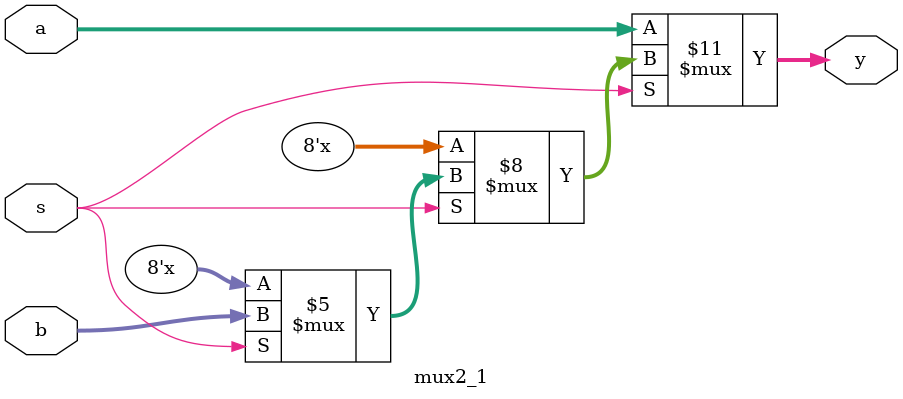
<source format=v>
module mux2_1(a,b,s,y);
input [7:0]a,b;
input s;
output reg[7:0] y;
always @(*)
begin
if(s==1'b0)y=a;
else if(s==1'b1)y=b;
end
endmodule
</source>
